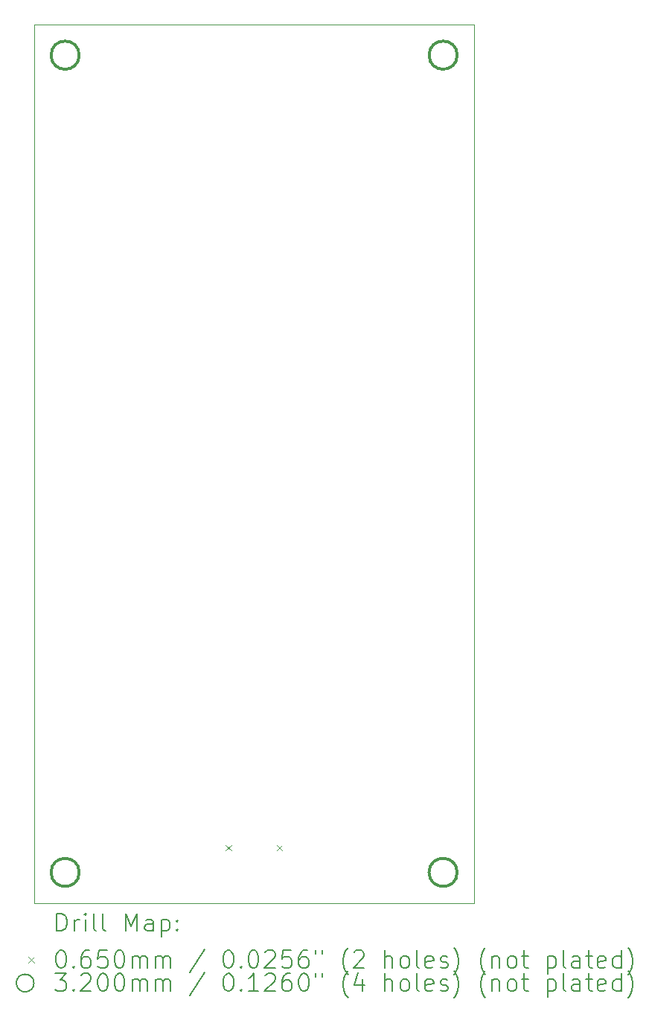
<source format=gbr>
%TF.GenerationSoftware,KiCad,Pcbnew,9.0.4*%
%TF.CreationDate,2025-09-21T11:05:40+02:00*%
%TF.ProjectId,Spoke,53706f6b-652e-46b6-9963-61645f706362,2.0*%
%TF.SameCoordinates,PX5f5e100PY5f5e100*%
%TF.FileFunction,Drillmap*%
%TF.FilePolarity,Positive*%
%FSLAX45Y45*%
G04 Gerber Fmt 4.5, Leading zero omitted, Abs format (unit mm)*
G04 Created by KiCad (PCBNEW 9.0.4) date 2025-09-21 11:05:40*
%MOMM*%
%LPD*%
G01*
G04 APERTURE LIST*
%ADD10C,0.100000*%
%ADD11C,0.200000*%
%ADD12C,0.320000*%
G04 APERTURE END LIST*
D10*
X-2500000Y5000000D02*
X2500000Y5000000D01*
X2500000Y-5000000D01*
X-2500000Y-5000000D01*
X-2500000Y5000000D01*
D11*
D10*
X-321500Y-4337000D02*
X-256500Y-4402000D01*
X-256500Y-4337000D02*
X-321500Y-4402000D01*
X256500Y-4337000D02*
X321500Y-4402000D01*
X321500Y-4337000D02*
X256500Y-4402000D01*
D12*
X-1990000Y4650000D02*
G75*
G02*
X-2310000Y4650000I-160000J0D01*
G01*
X-2310000Y4650000D02*
G75*
G02*
X-1990000Y4650000I160000J0D01*
G01*
X-1990000Y-4650000D02*
G75*
G02*
X-2310000Y-4650000I-160000J0D01*
G01*
X-2310000Y-4650000D02*
G75*
G02*
X-1990000Y-4650000I160000J0D01*
G01*
X2310000Y4650000D02*
G75*
G02*
X1990000Y4650000I-160000J0D01*
G01*
X1990000Y4650000D02*
G75*
G02*
X2310000Y4650000I160000J0D01*
G01*
X2310000Y-4650000D02*
G75*
G02*
X1990000Y-4650000I-160000J0D01*
G01*
X1990000Y-4650000D02*
G75*
G02*
X2310000Y-4650000I160000J0D01*
G01*
D11*
X-2244223Y-5316484D02*
X-2244223Y-5116484D01*
X-2244223Y-5116484D02*
X-2196604Y-5116484D01*
X-2196604Y-5116484D02*
X-2168033Y-5126008D01*
X-2168033Y-5126008D02*
X-2148985Y-5145055D01*
X-2148985Y-5145055D02*
X-2139461Y-5164103D01*
X-2139461Y-5164103D02*
X-2129938Y-5202198D01*
X-2129938Y-5202198D02*
X-2129938Y-5230770D01*
X-2129938Y-5230770D02*
X-2139461Y-5268865D01*
X-2139461Y-5268865D02*
X-2148985Y-5287912D01*
X-2148985Y-5287912D02*
X-2168033Y-5306960D01*
X-2168033Y-5306960D02*
X-2196604Y-5316484D01*
X-2196604Y-5316484D02*
X-2244223Y-5316484D01*
X-2044223Y-5316484D02*
X-2044223Y-5183150D01*
X-2044223Y-5221246D02*
X-2034699Y-5202198D01*
X-2034699Y-5202198D02*
X-2025176Y-5192674D01*
X-2025176Y-5192674D02*
X-2006128Y-5183150D01*
X-2006128Y-5183150D02*
X-1987080Y-5183150D01*
X-1920414Y-5316484D02*
X-1920414Y-5183150D01*
X-1920414Y-5116484D02*
X-1929937Y-5126008D01*
X-1929937Y-5126008D02*
X-1920414Y-5135531D01*
X-1920414Y-5135531D02*
X-1910890Y-5126008D01*
X-1910890Y-5126008D02*
X-1920414Y-5116484D01*
X-1920414Y-5116484D02*
X-1920414Y-5135531D01*
X-1796604Y-5316484D02*
X-1815652Y-5306960D01*
X-1815652Y-5306960D02*
X-1825176Y-5287912D01*
X-1825176Y-5287912D02*
X-1825176Y-5116484D01*
X-1691842Y-5316484D02*
X-1710890Y-5306960D01*
X-1710890Y-5306960D02*
X-1720414Y-5287912D01*
X-1720414Y-5287912D02*
X-1720414Y-5116484D01*
X-1463271Y-5316484D02*
X-1463271Y-5116484D01*
X-1463271Y-5116484D02*
X-1396604Y-5259341D01*
X-1396604Y-5259341D02*
X-1329938Y-5116484D01*
X-1329938Y-5116484D02*
X-1329938Y-5316484D01*
X-1148985Y-5316484D02*
X-1148985Y-5211722D01*
X-1148985Y-5211722D02*
X-1158509Y-5192674D01*
X-1158509Y-5192674D02*
X-1177557Y-5183150D01*
X-1177557Y-5183150D02*
X-1215652Y-5183150D01*
X-1215652Y-5183150D02*
X-1234699Y-5192674D01*
X-1148985Y-5306960D02*
X-1168033Y-5316484D01*
X-1168033Y-5316484D02*
X-1215652Y-5316484D01*
X-1215652Y-5316484D02*
X-1234699Y-5306960D01*
X-1234699Y-5306960D02*
X-1244223Y-5287912D01*
X-1244223Y-5287912D02*
X-1244223Y-5268865D01*
X-1244223Y-5268865D02*
X-1234699Y-5249817D01*
X-1234699Y-5249817D02*
X-1215652Y-5240293D01*
X-1215652Y-5240293D02*
X-1168033Y-5240293D01*
X-1168033Y-5240293D02*
X-1148985Y-5230770D01*
X-1053747Y-5183150D02*
X-1053747Y-5383150D01*
X-1053747Y-5192674D02*
X-1034699Y-5183150D01*
X-1034699Y-5183150D02*
X-996604Y-5183150D01*
X-996604Y-5183150D02*
X-977556Y-5192674D01*
X-977556Y-5192674D02*
X-968033Y-5202198D01*
X-968033Y-5202198D02*
X-958509Y-5221246D01*
X-958509Y-5221246D02*
X-958509Y-5278389D01*
X-958509Y-5278389D02*
X-968033Y-5297436D01*
X-968033Y-5297436D02*
X-977556Y-5306960D01*
X-977556Y-5306960D02*
X-996604Y-5316484D01*
X-996604Y-5316484D02*
X-1034699Y-5316484D01*
X-1034699Y-5316484D02*
X-1053747Y-5306960D01*
X-872795Y-5297436D02*
X-863271Y-5306960D01*
X-863271Y-5306960D02*
X-872795Y-5316484D01*
X-872795Y-5316484D02*
X-882318Y-5306960D01*
X-882318Y-5306960D02*
X-872795Y-5297436D01*
X-872795Y-5297436D02*
X-872795Y-5316484D01*
X-872795Y-5192674D02*
X-863271Y-5202198D01*
X-863271Y-5202198D02*
X-872795Y-5211722D01*
X-872795Y-5211722D02*
X-882318Y-5202198D01*
X-882318Y-5202198D02*
X-872795Y-5192674D01*
X-872795Y-5192674D02*
X-872795Y-5211722D01*
D10*
X-2570000Y-5612500D02*
X-2505000Y-5677500D01*
X-2505000Y-5612500D02*
X-2570000Y-5677500D01*
D11*
X-2206128Y-5536484D02*
X-2187080Y-5536484D01*
X-2187080Y-5536484D02*
X-2168033Y-5546008D01*
X-2168033Y-5546008D02*
X-2158509Y-5555531D01*
X-2158509Y-5555531D02*
X-2148985Y-5574579D01*
X-2148985Y-5574579D02*
X-2139461Y-5612674D01*
X-2139461Y-5612674D02*
X-2139461Y-5660293D01*
X-2139461Y-5660293D02*
X-2148985Y-5698388D01*
X-2148985Y-5698388D02*
X-2158509Y-5717436D01*
X-2158509Y-5717436D02*
X-2168033Y-5726960D01*
X-2168033Y-5726960D02*
X-2187080Y-5736484D01*
X-2187080Y-5736484D02*
X-2206128Y-5736484D01*
X-2206128Y-5736484D02*
X-2225176Y-5726960D01*
X-2225176Y-5726960D02*
X-2234699Y-5717436D01*
X-2234699Y-5717436D02*
X-2244223Y-5698388D01*
X-2244223Y-5698388D02*
X-2253747Y-5660293D01*
X-2253747Y-5660293D02*
X-2253747Y-5612674D01*
X-2253747Y-5612674D02*
X-2244223Y-5574579D01*
X-2244223Y-5574579D02*
X-2234699Y-5555531D01*
X-2234699Y-5555531D02*
X-2225176Y-5546008D01*
X-2225176Y-5546008D02*
X-2206128Y-5536484D01*
X-2053747Y-5717436D02*
X-2044223Y-5726960D01*
X-2044223Y-5726960D02*
X-2053747Y-5736484D01*
X-2053747Y-5736484D02*
X-2063271Y-5726960D01*
X-2063271Y-5726960D02*
X-2053747Y-5717436D01*
X-2053747Y-5717436D02*
X-2053747Y-5736484D01*
X-1872795Y-5536484D02*
X-1910890Y-5536484D01*
X-1910890Y-5536484D02*
X-1929937Y-5546008D01*
X-1929937Y-5546008D02*
X-1939461Y-5555531D01*
X-1939461Y-5555531D02*
X-1958509Y-5584103D01*
X-1958509Y-5584103D02*
X-1968033Y-5622198D01*
X-1968033Y-5622198D02*
X-1968033Y-5698388D01*
X-1968033Y-5698388D02*
X-1958509Y-5717436D01*
X-1958509Y-5717436D02*
X-1948985Y-5726960D01*
X-1948985Y-5726960D02*
X-1929937Y-5736484D01*
X-1929937Y-5736484D02*
X-1891842Y-5736484D01*
X-1891842Y-5736484D02*
X-1872795Y-5726960D01*
X-1872795Y-5726960D02*
X-1863271Y-5717436D01*
X-1863271Y-5717436D02*
X-1853747Y-5698388D01*
X-1853747Y-5698388D02*
X-1853747Y-5650769D01*
X-1853747Y-5650769D02*
X-1863271Y-5631722D01*
X-1863271Y-5631722D02*
X-1872795Y-5622198D01*
X-1872795Y-5622198D02*
X-1891842Y-5612674D01*
X-1891842Y-5612674D02*
X-1929937Y-5612674D01*
X-1929937Y-5612674D02*
X-1948985Y-5622198D01*
X-1948985Y-5622198D02*
X-1958509Y-5631722D01*
X-1958509Y-5631722D02*
X-1968033Y-5650769D01*
X-1672795Y-5536484D02*
X-1768033Y-5536484D01*
X-1768033Y-5536484D02*
X-1777556Y-5631722D01*
X-1777556Y-5631722D02*
X-1768033Y-5622198D01*
X-1768033Y-5622198D02*
X-1748985Y-5612674D01*
X-1748985Y-5612674D02*
X-1701366Y-5612674D01*
X-1701366Y-5612674D02*
X-1682318Y-5622198D01*
X-1682318Y-5622198D02*
X-1672795Y-5631722D01*
X-1672795Y-5631722D02*
X-1663271Y-5650769D01*
X-1663271Y-5650769D02*
X-1663271Y-5698388D01*
X-1663271Y-5698388D02*
X-1672795Y-5717436D01*
X-1672795Y-5717436D02*
X-1682318Y-5726960D01*
X-1682318Y-5726960D02*
X-1701366Y-5736484D01*
X-1701366Y-5736484D02*
X-1748985Y-5736484D01*
X-1748985Y-5736484D02*
X-1768033Y-5726960D01*
X-1768033Y-5726960D02*
X-1777556Y-5717436D01*
X-1539461Y-5536484D02*
X-1520414Y-5536484D01*
X-1520414Y-5536484D02*
X-1501366Y-5546008D01*
X-1501366Y-5546008D02*
X-1491842Y-5555531D01*
X-1491842Y-5555531D02*
X-1482318Y-5574579D01*
X-1482318Y-5574579D02*
X-1472795Y-5612674D01*
X-1472795Y-5612674D02*
X-1472795Y-5660293D01*
X-1472795Y-5660293D02*
X-1482318Y-5698388D01*
X-1482318Y-5698388D02*
X-1491842Y-5717436D01*
X-1491842Y-5717436D02*
X-1501366Y-5726960D01*
X-1501366Y-5726960D02*
X-1520414Y-5736484D01*
X-1520414Y-5736484D02*
X-1539461Y-5736484D01*
X-1539461Y-5736484D02*
X-1558509Y-5726960D01*
X-1558509Y-5726960D02*
X-1568033Y-5717436D01*
X-1568033Y-5717436D02*
X-1577556Y-5698388D01*
X-1577556Y-5698388D02*
X-1587080Y-5660293D01*
X-1587080Y-5660293D02*
X-1587080Y-5612674D01*
X-1587080Y-5612674D02*
X-1577556Y-5574579D01*
X-1577556Y-5574579D02*
X-1568033Y-5555531D01*
X-1568033Y-5555531D02*
X-1558509Y-5546008D01*
X-1558509Y-5546008D02*
X-1539461Y-5536484D01*
X-1387080Y-5736484D02*
X-1387080Y-5603150D01*
X-1387080Y-5622198D02*
X-1377557Y-5612674D01*
X-1377557Y-5612674D02*
X-1358509Y-5603150D01*
X-1358509Y-5603150D02*
X-1329937Y-5603150D01*
X-1329937Y-5603150D02*
X-1310890Y-5612674D01*
X-1310890Y-5612674D02*
X-1301366Y-5631722D01*
X-1301366Y-5631722D02*
X-1301366Y-5736484D01*
X-1301366Y-5631722D02*
X-1291842Y-5612674D01*
X-1291842Y-5612674D02*
X-1272795Y-5603150D01*
X-1272795Y-5603150D02*
X-1244223Y-5603150D01*
X-1244223Y-5603150D02*
X-1225176Y-5612674D01*
X-1225176Y-5612674D02*
X-1215652Y-5631722D01*
X-1215652Y-5631722D02*
X-1215652Y-5736484D01*
X-1120414Y-5736484D02*
X-1120414Y-5603150D01*
X-1120414Y-5622198D02*
X-1110890Y-5612674D01*
X-1110890Y-5612674D02*
X-1091842Y-5603150D01*
X-1091842Y-5603150D02*
X-1063271Y-5603150D01*
X-1063271Y-5603150D02*
X-1044223Y-5612674D01*
X-1044223Y-5612674D02*
X-1034699Y-5631722D01*
X-1034699Y-5631722D02*
X-1034699Y-5736484D01*
X-1034699Y-5631722D02*
X-1025175Y-5612674D01*
X-1025175Y-5612674D02*
X-1006128Y-5603150D01*
X-1006128Y-5603150D02*
X-977556Y-5603150D01*
X-977556Y-5603150D02*
X-958509Y-5612674D01*
X-958509Y-5612674D02*
X-948985Y-5631722D01*
X-948985Y-5631722D02*
X-948985Y-5736484D01*
X-558509Y-5526960D02*
X-729937Y-5784103D01*
X-301366Y-5536484D02*
X-282318Y-5536484D01*
X-282318Y-5536484D02*
X-263271Y-5546008D01*
X-263271Y-5546008D02*
X-253747Y-5555531D01*
X-253747Y-5555531D02*
X-244223Y-5574579D01*
X-244223Y-5574579D02*
X-234699Y-5612674D01*
X-234699Y-5612674D02*
X-234699Y-5660293D01*
X-234699Y-5660293D02*
X-244223Y-5698388D01*
X-244223Y-5698388D02*
X-253747Y-5717436D01*
X-253747Y-5717436D02*
X-263271Y-5726960D01*
X-263271Y-5726960D02*
X-282318Y-5736484D01*
X-282318Y-5736484D02*
X-301366Y-5736484D01*
X-301366Y-5736484D02*
X-320414Y-5726960D01*
X-320414Y-5726960D02*
X-329937Y-5717436D01*
X-329937Y-5717436D02*
X-339461Y-5698388D01*
X-339461Y-5698388D02*
X-348985Y-5660293D01*
X-348985Y-5660293D02*
X-348985Y-5612674D01*
X-348985Y-5612674D02*
X-339461Y-5574579D01*
X-339461Y-5574579D02*
X-329937Y-5555531D01*
X-329937Y-5555531D02*
X-320414Y-5546008D01*
X-320414Y-5546008D02*
X-301366Y-5536484D01*
X-148985Y-5717436D02*
X-139461Y-5726960D01*
X-139461Y-5726960D02*
X-148985Y-5736484D01*
X-148985Y-5736484D02*
X-158509Y-5726960D01*
X-158509Y-5726960D02*
X-148985Y-5717436D01*
X-148985Y-5717436D02*
X-148985Y-5736484D01*
X-15652Y-5536484D02*
X3396Y-5536484D01*
X3396Y-5536484D02*
X22444Y-5546008D01*
X22444Y-5546008D02*
X31967Y-5555531D01*
X31967Y-5555531D02*
X41491Y-5574579D01*
X41491Y-5574579D02*
X51015Y-5612674D01*
X51015Y-5612674D02*
X51015Y-5660293D01*
X51015Y-5660293D02*
X41491Y-5698388D01*
X41491Y-5698388D02*
X31967Y-5717436D01*
X31967Y-5717436D02*
X22444Y-5726960D01*
X22444Y-5726960D02*
X3396Y-5736484D01*
X3396Y-5736484D02*
X-15652Y-5736484D01*
X-15652Y-5736484D02*
X-34699Y-5726960D01*
X-34699Y-5726960D02*
X-44223Y-5717436D01*
X-44223Y-5717436D02*
X-53747Y-5698388D01*
X-53747Y-5698388D02*
X-63271Y-5660293D01*
X-63271Y-5660293D02*
X-63271Y-5612674D01*
X-63271Y-5612674D02*
X-53747Y-5574579D01*
X-53747Y-5574579D02*
X-44223Y-5555531D01*
X-44223Y-5555531D02*
X-34699Y-5546008D01*
X-34699Y-5546008D02*
X-15652Y-5536484D01*
X127206Y-5555531D02*
X136729Y-5546008D01*
X136729Y-5546008D02*
X155777Y-5536484D01*
X155777Y-5536484D02*
X203396Y-5536484D01*
X203396Y-5536484D02*
X222444Y-5546008D01*
X222444Y-5546008D02*
X231967Y-5555531D01*
X231967Y-5555531D02*
X241491Y-5574579D01*
X241491Y-5574579D02*
X241491Y-5593627D01*
X241491Y-5593627D02*
X231967Y-5622198D01*
X231967Y-5622198D02*
X117682Y-5736484D01*
X117682Y-5736484D02*
X241491Y-5736484D01*
X422444Y-5536484D02*
X327206Y-5536484D01*
X327206Y-5536484D02*
X317682Y-5631722D01*
X317682Y-5631722D02*
X327206Y-5622198D01*
X327206Y-5622198D02*
X346253Y-5612674D01*
X346253Y-5612674D02*
X393872Y-5612674D01*
X393872Y-5612674D02*
X412920Y-5622198D01*
X412920Y-5622198D02*
X422444Y-5631722D01*
X422444Y-5631722D02*
X431967Y-5650769D01*
X431967Y-5650769D02*
X431967Y-5698388D01*
X431967Y-5698388D02*
X422444Y-5717436D01*
X422444Y-5717436D02*
X412920Y-5726960D01*
X412920Y-5726960D02*
X393872Y-5736484D01*
X393872Y-5736484D02*
X346253Y-5736484D01*
X346253Y-5736484D02*
X327206Y-5726960D01*
X327206Y-5726960D02*
X317682Y-5717436D01*
X603396Y-5536484D02*
X565301Y-5536484D01*
X565301Y-5536484D02*
X546253Y-5546008D01*
X546253Y-5546008D02*
X536729Y-5555531D01*
X536729Y-5555531D02*
X517682Y-5584103D01*
X517682Y-5584103D02*
X508158Y-5622198D01*
X508158Y-5622198D02*
X508158Y-5698388D01*
X508158Y-5698388D02*
X517682Y-5717436D01*
X517682Y-5717436D02*
X527206Y-5726960D01*
X527206Y-5726960D02*
X546253Y-5736484D01*
X546253Y-5736484D02*
X584349Y-5736484D01*
X584349Y-5736484D02*
X603396Y-5726960D01*
X603396Y-5726960D02*
X612920Y-5717436D01*
X612920Y-5717436D02*
X622444Y-5698388D01*
X622444Y-5698388D02*
X622444Y-5650769D01*
X622444Y-5650769D02*
X612920Y-5631722D01*
X612920Y-5631722D02*
X603396Y-5622198D01*
X603396Y-5622198D02*
X584349Y-5612674D01*
X584349Y-5612674D02*
X546253Y-5612674D01*
X546253Y-5612674D02*
X527206Y-5622198D01*
X527206Y-5622198D02*
X517682Y-5631722D01*
X517682Y-5631722D02*
X508158Y-5650769D01*
X698634Y-5536484D02*
X698634Y-5574579D01*
X774825Y-5536484D02*
X774825Y-5574579D01*
X1070063Y-5812674D02*
X1060539Y-5803150D01*
X1060539Y-5803150D02*
X1041491Y-5774579D01*
X1041491Y-5774579D02*
X1031968Y-5755531D01*
X1031968Y-5755531D02*
X1022444Y-5726960D01*
X1022444Y-5726960D02*
X1012920Y-5679341D01*
X1012920Y-5679341D02*
X1012920Y-5641246D01*
X1012920Y-5641246D02*
X1022444Y-5593627D01*
X1022444Y-5593627D02*
X1031968Y-5565055D01*
X1031968Y-5565055D02*
X1041491Y-5546008D01*
X1041491Y-5546008D02*
X1060539Y-5517436D01*
X1060539Y-5517436D02*
X1070063Y-5507912D01*
X1136730Y-5555531D02*
X1146253Y-5546008D01*
X1146253Y-5546008D02*
X1165301Y-5536484D01*
X1165301Y-5536484D02*
X1212920Y-5536484D01*
X1212920Y-5536484D02*
X1231968Y-5546008D01*
X1231968Y-5546008D02*
X1241491Y-5555531D01*
X1241491Y-5555531D02*
X1251015Y-5574579D01*
X1251015Y-5574579D02*
X1251015Y-5593627D01*
X1251015Y-5593627D02*
X1241491Y-5622198D01*
X1241491Y-5622198D02*
X1127206Y-5736484D01*
X1127206Y-5736484D02*
X1251015Y-5736484D01*
X1489110Y-5736484D02*
X1489110Y-5536484D01*
X1574825Y-5736484D02*
X1574825Y-5631722D01*
X1574825Y-5631722D02*
X1565301Y-5612674D01*
X1565301Y-5612674D02*
X1546253Y-5603150D01*
X1546253Y-5603150D02*
X1517682Y-5603150D01*
X1517682Y-5603150D02*
X1498634Y-5612674D01*
X1498634Y-5612674D02*
X1489110Y-5622198D01*
X1698634Y-5736484D02*
X1679587Y-5726960D01*
X1679587Y-5726960D02*
X1670063Y-5717436D01*
X1670063Y-5717436D02*
X1660539Y-5698388D01*
X1660539Y-5698388D02*
X1660539Y-5641246D01*
X1660539Y-5641246D02*
X1670063Y-5622198D01*
X1670063Y-5622198D02*
X1679587Y-5612674D01*
X1679587Y-5612674D02*
X1698634Y-5603150D01*
X1698634Y-5603150D02*
X1727206Y-5603150D01*
X1727206Y-5603150D02*
X1746253Y-5612674D01*
X1746253Y-5612674D02*
X1755777Y-5622198D01*
X1755777Y-5622198D02*
X1765301Y-5641246D01*
X1765301Y-5641246D02*
X1765301Y-5698388D01*
X1765301Y-5698388D02*
X1755777Y-5717436D01*
X1755777Y-5717436D02*
X1746253Y-5726960D01*
X1746253Y-5726960D02*
X1727206Y-5736484D01*
X1727206Y-5736484D02*
X1698634Y-5736484D01*
X1879587Y-5736484D02*
X1860539Y-5726960D01*
X1860539Y-5726960D02*
X1851015Y-5707912D01*
X1851015Y-5707912D02*
X1851015Y-5536484D01*
X2031968Y-5726960D02*
X2012920Y-5736484D01*
X2012920Y-5736484D02*
X1974825Y-5736484D01*
X1974825Y-5736484D02*
X1955777Y-5726960D01*
X1955777Y-5726960D02*
X1946253Y-5707912D01*
X1946253Y-5707912D02*
X1946253Y-5631722D01*
X1946253Y-5631722D02*
X1955777Y-5612674D01*
X1955777Y-5612674D02*
X1974825Y-5603150D01*
X1974825Y-5603150D02*
X2012920Y-5603150D01*
X2012920Y-5603150D02*
X2031968Y-5612674D01*
X2031968Y-5612674D02*
X2041491Y-5631722D01*
X2041491Y-5631722D02*
X2041491Y-5650769D01*
X2041491Y-5650769D02*
X1946253Y-5669817D01*
X2117682Y-5726960D02*
X2136730Y-5736484D01*
X2136730Y-5736484D02*
X2174825Y-5736484D01*
X2174825Y-5736484D02*
X2193873Y-5726960D01*
X2193873Y-5726960D02*
X2203396Y-5707912D01*
X2203396Y-5707912D02*
X2203396Y-5698388D01*
X2203396Y-5698388D02*
X2193873Y-5679341D01*
X2193873Y-5679341D02*
X2174825Y-5669817D01*
X2174825Y-5669817D02*
X2146253Y-5669817D01*
X2146253Y-5669817D02*
X2127206Y-5660293D01*
X2127206Y-5660293D02*
X2117682Y-5641246D01*
X2117682Y-5641246D02*
X2117682Y-5631722D01*
X2117682Y-5631722D02*
X2127206Y-5612674D01*
X2127206Y-5612674D02*
X2146253Y-5603150D01*
X2146253Y-5603150D02*
X2174825Y-5603150D01*
X2174825Y-5603150D02*
X2193873Y-5612674D01*
X2270063Y-5812674D02*
X2279587Y-5803150D01*
X2279587Y-5803150D02*
X2298634Y-5774579D01*
X2298634Y-5774579D02*
X2308158Y-5755531D01*
X2308158Y-5755531D02*
X2317682Y-5726960D01*
X2317682Y-5726960D02*
X2327206Y-5679341D01*
X2327206Y-5679341D02*
X2327206Y-5641246D01*
X2327206Y-5641246D02*
X2317682Y-5593627D01*
X2317682Y-5593627D02*
X2308158Y-5565055D01*
X2308158Y-5565055D02*
X2298634Y-5546008D01*
X2298634Y-5546008D02*
X2279587Y-5517436D01*
X2279587Y-5517436D02*
X2270063Y-5507912D01*
X2631968Y-5812674D02*
X2622444Y-5803150D01*
X2622444Y-5803150D02*
X2603396Y-5774579D01*
X2603396Y-5774579D02*
X2593873Y-5755531D01*
X2593873Y-5755531D02*
X2584349Y-5726960D01*
X2584349Y-5726960D02*
X2574825Y-5679341D01*
X2574825Y-5679341D02*
X2574825Y-5641246D01*
X2574825Y-5641246D02*
X2584349Y-5593627D01*
X2584349Y-5593627D02*
X2593873Y-5565055D01*
X2593873Y-5565055D02*
X2603396Y-5546008D01*
X2603396Y-5546008D02*
X2622444Y-5517436D01*
X2622444Y-5517436D02*
X2631968Y-5507912D01*
X2708158Y-5603150D02*
X2708158Y-5736484D01*
X2708158Y-5622198D02*
X2717682Y-5612674D01*
X2717682Y-5612674D02*
X2736730Y-5603150D01*
X2736730Y-5603150D02*
X2765301Y-5603150D01*
X2765301Y-5603150D02*
X2784349Y-5612674D01*
X2784349Y-5612674D02*
X2793873Y-5631722D01*
X2793873Y-5631722D02*
X2793873Y-5736484D01*
X2917682Y-5736484D02*
X2898634Y-5726960D01*
X2898634Y-5726960D02*
X2889111Y-5717436D01*
X2889111Y-5717436D02*
X2879587Y-5698388D01*
X2879587Y-5698388D02*
X2879587Y-5641246D01*
X2879587Y-5641246D02*
X2889111Y-5622198D01*
X2889111Y-5622198D02*
X2898634Y-5612674D01*
X2898634Y-5612674D02*
X2917682Y-5603150D01*
X2917682Y-5603150D02*
X2946253Y-5603150D01*
X2946253Y-5603150D02*
X2965301Y-5612674D01*
X2965301Y-5612674D02*
X2974825Y-5622198D01*
X2974825Y-5622198D02*
X2984349Y-5641246D01*
X2984349Y-5641246D02*
X2984349Y-5698388D01*
X2984349Y-5698388D02*
X2974825Y-5717436D01*
X2974825Y-5717436D02*
X2965301Y-5726960D01*
X2965301Y-5726960D02*
X2946253Y-5736484D01*
X2946253Y-5736484D02*
X2917682Y-5736484D01*
X3041492Y-5603150D02*
X3117682Y-5603150D01*
X3070063Y-5536484D02*
X3070063Y-5707912D01*
X3070063Y-5707912D02*
X3079587Y-5726960D01*
X3079587Y-5726960D02*
X3098634Y-5736484D01*
X3098634Y-5736484D02*
X3117682Y-5736484D01*
X3336730Y-5603150D02*
X3336730Y-5803150D01*
X3336730Y-5612674D02*
X3355777Y-5603150D01*
X3355777Y-5603150D02*
X3393873Y-5603150D01*
X3393873Y-5603150D02*
X3412920Y-5612674D01*
X3412920Y-5612674D02*
X3422444Y-5622198D01*
X3422444Y-5622198D02*
X3431968Y-5641246D01*
X3431968Y-5641246D02*
X3431968Y-5698388D01*
X3431968Y-5698388D02*
X3422444Y-5717436D01*
X3422444Y-5717436D02*
X3412920Y-5726960D01*
X3412920Y-5726960D02*
X3393873Y-5736484D01*
X3393873Y-5736484D02*
X3355777Y-5736484D01*
X3355777Y-5736484D02*
X3336730Y-5726960D01*
X3546253Y-5736484D02*
X3527206Y-5726960D01*
X3527206Y-5726960D02*
X3517682Y-5707912D01*
X3517682Y-5707912D02*
X3517682Y-5536484D01*
X3708158Y-5736484D02*
X3708158Y-5631722D01*
X3708158Y-5631722D02*
X3698634Y-5612674D01*
X3698634Y-5612674D02*
X3679587Y-5603150D01*
X3679587Y-5603150D02*
X3641492Y-5603150D01*
X3641492Y-5603150D02*
X3622444Y-5612674D01*
X3708158Y-5726960D02*
X3689111Y-5736484D01*
X3689111Y-5736484D02*
X3641492Y-5736484D01*
X3641492Y-5736484D02*
X3622444Y-5726960D01*
X3622444Y-5726960D02*
X3612920Y-5707912D01*
X3612920Y-5707912D02*
X3612920Y-5688865D01*
X3612920Y-5688865D02*
X3622444Y-5669817D01*
X3622444Y-5669817D02*
X3641492Y-5660293D01*
X3641492Y-5660293D02*
X3689111Y-5660293D01*
X3689111Y-5660293D02*
X3708158Y-5650769D01*
X3774825Y-5603150D02*
X3851015Y-5603150D01*
X3803396Y-5536484D02*
X3803396Y-5707912D01*
X3803396Y-5707912D02*
X3812920Y-5726960D01*
X3812920Y-5726960D02*
X3831968Y-5736484D01*
X3831968Y-5736484D02*
X3851015Y-5736484D01*
X3993873Y-5726960D02*
X3974825Y-5736484D01*
X3974825Y-5736484D02*
X3936730Y-5736484D01*
X3936730Y-5736484D02*
X3917682Y-5726960D01*
X3917682Y-5726960D02*
X3908158Y-5707912D01*
X3908158Y-5707912D02*
X3908158Y-5631722D01*
X3908158Y-5631722D02*
X3917682Y-5612674D01*
X3917682Y-5612674D02*
X3936730Y-5603150D01*
X3936730Y-5603150D02*
X3974825Y-5603150D01*
X3974825Y-5603150D02*
X3993873Y-5612674D01*
X3993873Y-5612674D02*
X4003396Y-5631722D01*
X4003396Y-5631722D02*
X4003396Y-5650769D01*
X4003396Y-5650769D02*
X3908158Y-5669817D01*
X4174825Y-5736484D02*
X4174825Y-5536484D01*
X4174825Y-5726960D02*
X4155777Y-5736484D01*
X4155777Y-5736484D02*
X4117682Y-5736484D01*
X4117682Y-5736484D02*
X4098634Y-5726960D01*
X4098634Y-5726960D02*
X4089111Y-5717436D01*
X4089111Y-5717436D02*
X4079587Y-5698388D01*
X4079587Y-5698388D02*
X4079587Y-5641246D01*
X4079587Y-5641246D02*
X4089111Y-5622198D01*
X4089111Y-5622198D02*
X4098634Y-5612674D01*
X4098634Y-5612674D02*
X4117682Y-5603150D01*
X4117682Y-5603150D02*
X4155777Y-5603150D01*
X4155777Y-5603150D02*
X4174825Y-5612674D01*
X4251016Y-5812674D02*
X4260539Y-5803150D01*
X4260539Y-5803150D02*
X4279587Y-5774579D01*
X4279587Y-5774579D02*
X4289111Y-5755531D01*
X4289111Y-5755531D02*
X4298635Y-5726960D01*
X4298635Y-5726960D02*
X4308158Y-5679341D01*
X4308158Y-5679341D02*
X4308158Y-5641246D01*
X4308158Y-5641246D02*
X4298635Y-5593627D01*
X4298635Y-5593627D02*
X4289111Y-5565055D01*
X4289111Y-5565055D02*
X4279587Y-5546008D01*
X4279587Y-5546008D02*
X4260539Y-5517436D01*
X4260539Y-5517436D02*
X4251016Y-5507912D01*
X-2505000Y-5909000D02*
G75*
G02*
X-2705000Y-5909000I-100000J0D01*
G01*
X-2705000Y-5909000D02*
G75*
G02*
X-2505000Y-5909000I100000J0D01*
G01*
X-2263271Y-5800484D02*
X-2139461Y-5800484D01*
X-2139461Y-5800484D02*
X-2206128Y-5876674D01*
X-2206128Y-5876674D02*
X-2177557Y-5876674D01*
X-2177557Y-5876674D02*
X-2158509Y-5886198D01*
X-2158509Y-5886198D02*
X-2148985Y-5895722D01*
X-2148985Y-5895722D02*
X-2139461Y-5914769D01*
X-2139461Y-5914769D02*
X-2139461Y-5962388D01*
X-2139461Y-5962388D02*
X-2148985Y-5981436D01*
X-2148985Y-5981436D02*
X-2158509Y-5990960D01*
X-2158509Y-5990960D02*
X-2177557Y-6000484D01*
X-2177557Y-6000484D02*
X-2234699Y-6000484D01*
X-2234699Y-6000484D02*
X-2253747Y-5990960D01*
X-2253747Y-5990960D02*
X-2263271Y-5981436D01*
X-2053747Y-5981436D02*
X-2044223Y-5990960D01*
X-2044223Y-5990960D02*
X-2053747Y-6000484D01*
X-2053747Y-6000484D02*
X-2063271Y-5990960D01*
X-2063271Y-5990960D02*
X-2053747Y-5981436D01*
X-2053747Y-5981436D02*
X-2053747Y-6000484D01*
X-1968033Y-5819531D02*
X-1958509Y-5810008D01*
X-1958509Y-5810008D02*
X-1939461Y-5800484D01*
X-1939461Y-5800484D02*
X-1891842Y-5800484D01*
X-1891842Y-5800484D02*
X-1872795Y-5810008D01*
X-1872795Y-5810008D02*
X-1863271Y-5819531D01*
X-1863271Y-5819531D02*
X-1853747Y-5838579D01*
X-1853747Y-5838579D02*
X-1853747Y-5857627D01*
X-1853747Y-5857627D02*
X-1863271Y-5886198D01*
X-1863271Y-5886198D02*
X-1977556Y-6000484D01*
X-1977556Y-6000484D02*
X-1853747Y-6000484D01*
X-1729937Y-5800484D02*
X-1710890Y-5800484D01*
X-1710890Y-5800484D02*
X-1691842Y-5810008D01*
X-1691842Y-5810008D02*
X-1682318Y-5819531D01*
X-1682318Y-5819531D02*
X-1672795Y-5838579D01*
X-1672795Y-5838579D02*
X-1663271Y-5876674D01*
X-1663271Y-5876674D02*
X-1663271Y-5924293D01*
X-1663271Y-5924293D02*
X-1672795Y-5962388D01*
X-1672795Y-5962388D02*
X-1682318Y-5981436D01*
X-1682318Y-5981436D02*
X-1691842Y-5990960D01*
X-1691842Y-5990960D02*
X-1710890Y-6000484D01*
X-1710890Y-6000484D02*
X-1729937Y-6000484D01*
X-1729937Y-6000484D02*
X-1748985Y-5990960D01*
X-1748985Y-5990960D02*
X-1758509Y-5981436D01*
X-1758509Y-5981436D02*
X-1768033Y-5962388D01*
X-1768033Y-5962388D02*
X-1777556Y-5924293D01*
X-1777556Y-5924293D02*
X-1777556Y-5876674D01*
X-1777556Y-5876674D02*
X-1768033Y-5838579D01*
X-1768033Y-5838579D02*
X-1758509Y-5819531D01*
X-1758509Y-5819531D02*
X-1748985Y-5810008D01*
X-1748985Y-5810008D02*
X-1729937Y-5800484D01*
X-1539461Y-5800484D02*
X-1520414Y-5800484D01*
X-1520414Y-5800484D02*
X-1501366Y-5810008D01*
X-1501366Y-5810008D02*
X-1491842Y-5819531D01*
X-1491842Y-5819531D02*
X-1482318Y-5838579D01*
X-1482318Y-5838579D02*
X-1472795Y-5876674D01*
X-1472795Y-5876674D02*
X-1472795Y-5924293D01*
X-1472795Y-5924293D02*
X-1482318Y-5962388D01*
X-1482318Y-5962388D02*
X-1491842Y-5981436D01*
X-1491842Y-5981436D02*
X-1501366Y-5990960D01*
X-1501366Y-5990960D02*
X-1520414Y-6000484D01*
X-1520414Y-6000484D02*
X-1539461Y-6000484D01*
X-1539461Y-6000484D02*
X-1558509Y-5990960D01*
X-1558509Y-5990960D02*
X-1568033Y-5981436D01*
X-1568033Y-5981436D02*
X-1577556Y-5962388D01*
X-1577556Y-5962388D02*
X-1587080Y-5924293D01*
X-1587080Y-5924293D02*
X-1587080Y-5876674D01*
X-1587080Y-5876674D02*
X-1577556Y-5838579D01*
X-1577556Y-5838579D02*
X-1568033Y-5819531D01*
X-1568033Y-5819531D02*
X-1558509Y-5810008D01*
X-1558509Y-5810008D02*
X-1539461Y-5800484D01*
X-1387080Y-6000484D02*
X-1387080Y-5867150D01*
X-1387080Y-5886198D02*
X-1377557Y-5876674D01*
X-1377557Y-5876674D02*
X-1358509Y-5867150D01*
X-1358509Y-5867150D02*
X-1329937Y-5867150D01*
X-1329937Y-5867150D02*
X-1310890Y-5876674D01*
X-1310890Y-5876674D02*
X-1301366Y-5895722D01*
X-1301366Y-5895722D02*
X-1301366Y-6000484D01*
X-1301366Y-5895722D02*
X-1291842Y-5876674D01*
X-1291842Y-5876674D02*
X-1272795Y-5867150D01*
X-1272795Y-5867150D02*
X-1244223Y-5867150D01*
X-1244223Y-5867150D02*
X-1225176Y-5876674D01*
X-1225176Y-5876674D02*
X-1215652Y-5895722D01*
X-1215652Y-5895722D02*
X-1215652Y-6000484D01*
X-1120414Y-6000484D02*
X-1120414Y-5867150D01*
X-1120414Y-5886198D02*
X-1110890Y-5876674D01*
X-1110890Y-5876674D02*
X-1091842Y-5867150D01*
X-1091842Y-5867150D02*
X-1063271Y-5867150D01*
X-1063271Y-5867150D02*
X-1044223Y-5876674D01*
X-1044223Y-5876674D02*
X-1034699Y-5895722D01*
X-1034699Y-5895722D02*
X-1034699Y-6000484D01*
X-1034699Y-5895722D02*
X-1025175Y-5876674D01*
X-1025175Y-5876674D02*
X-1006128Y-5867150D01*
X-1006128Y-5867150D02*
X-977556Y-5867150D01*
X-977556Y-5867150D02*
X-958509Y-5876674D01*
X-958509Y-5876674D02*
X-948985Y-5895722D01*
X-948985Y-5895722D02*
X-948985Y-6000484D01*
X-558509Y-5790960D02*
X-729937Y-6048103D01*
X-301366Y-5800484D02*
X-282318Y-5800484D01*
X-282318Y-5800484D02*
X-263271Y-5810008D01*
X-263271Y-5810008D02*
X-253747Y-5819531D01*
X-253747Y-5819531D02*
X-244223Y-5838579D01*
X-244223Y-5838579D02*
X-234699Y-5876674D01*
X-234699Y-5876674D02*
X-234699Y-5924293D01*
X-234699Y-5924293D02*
X-244223Y-5962388D01*
X-244223Y-5962388D02*
X-253747Y-5981436D01*
X-253747Y-5981436D02*
X-263271Y-5990960D01*
X-263271Y-5990960D02*
X-282318Y-6000484D01*
X-282318Y-6000484D02*
X-301366Y-6000484D01*
X-301366Y-6000484D02*
X-320414Y-5990960D01*
X-320414Y-5990960D02*
X-329937Y-5981436D01*
X-329937Y-5981436D02*
X-339461Y-5962388D01*
X-339461Y-5962388D02*
X-348985Y-5924293D01*
X-348985Y-5924293D02*
X-348985Y-5876674D01*
X-348985Y-5876674D02*
X-339461Y-5838579D01*
X-339461Y-5838579D02*
X-329937Y-5819531D01*
X-329937Y-5819531D02*
X-320414Y-5810008D01*
X-320414Y-5810008D02*
X-301366Y-5800484D01*
X-148985Y-5981436D02*
X-139461Y-5990960D01*
X-139461Y-5990960D02*
X-148985Y-6000484D01*
X-148985Y-6000484D02*
X-158509Y-5990960D01*
X-158509Y-5990960D02*
X-148985Y-5981436D01*
X-148985Y-5981436D02*
X-148985Y-6000484D01*
X51015Y-6000484D02*
X-63271Y-6000484D01*
X-6128Y-6000484D02*
X-6128Y-5800484D01*
X-6128Y-5800484D02*
X-25175Y-5829055D01*
X-25175Y-5829055D02*
X-44223Y-5848103D01*
X-44223Y-5848103D02*
X-63271Y-5857627D01*
X127206Y-5819531D02*
X136729Y-5810008D01*
X136729Y-5810008D02*
X155777Y-5800484D01*
X155777Y-5800484D02*
X203396Y-5800484D01*
X203396Y-5800484D02*
X222444Y-5810008D01*
X222444Y-5810008D02*
X231967Y-5819531D01*
X231967Y-5819531D02*
X241491Y-5838579D01*
X241491Y-5838579D02*
X241491Y-5857627D01*
X241491Y-5857627D02*
X231967Y-5886198D01*
X231967Y-5886198D02*
X117682Y-6000484D01*
X117682Y-6000484D02*
X241491Y-6000484D01*
X412920Y-5800484D02*
X374825Y-5800484D01*
X374825Y-5800484D02*
X355777Y-5810008D01*
X355777Y-5810008D02*
X346253Y-5819531D01*
X346253Y-5819531D02*
X327206Y-5848103D01*
X327206Y-5848103D02*
X317682Y-5886198D01*
X317682Y-5886198D02*
X317682Y-5962388D01*
X317682Y-5962388D02*
X327206Y-5981436D01*
X327206Y-5981436D02*
X336729Y-5990960D01*
X336729Y-5990960D02*
X355777Y-6000484D01*
X355777Y-6000484D02*
X393872Y-6000484D01*
X393872Y-6000484D02*
X412920Y-5990960D01*
X412920Y-5990960D02*
X422444Y-5981436D01*
X422444Y-5981436D02*
X431967Y-5962388D01*
X431967Y-5962388D02*
X431967Y-5914769D01*
X431967Y-5914769D02*
X422444Y-5895722D01*
X422444Y-5895722D02*
X412920Y-5886198D01*
X412920Y-5886198D02*
X393872Y-5876674D01*
X393872Y-5876674D02*
X355777Y-5876674D01*
X355777Y-5876674D02*
X336729Y-5886198D01*
X336729Y-5886198D02*
X327206Y-5895722D01*
X327206Y-5895722D02*
X317682Y-5914769D01*
X555777Y-5800484D02*
X574825Y-5800484D01*
X574825Y-5800484D02*
X593872Y-5810008D01*
X593872Y-5810008D02*
X603396Y-5819531D01*
X603396Y-5819531D02*
X612920Y-5838579D01*
X612920Y-5838579D02*
X622444Y-5876674D01*
X622444Y-5876674D02*
X622444Y-5924293D01*
X622444Y-5924293D02*
X612920Y-5962388D01*
X612920Y-5962388D02*
X603396Y-5981436D01*
X603396Y-5981436D02*
X593872Y-5990960D01*
X593872Y-5990960D02*
X574825Y-6000484D01*
X574825Y-6000484D02*
X555777Y-6000484D01*
X555777Y-6000484D02*
X536729Y-5990960D01*
X536729Y-5990960D02*
X527206Y-5981436D01*
X527206Y-5981436D02*
X517682Y-5962388D01*
X517682Y-5962388D02*
X508158Y-5924293D01*
X508158Y-5924293D02*
X508158Y-5876674D01*
X508158Y-5876674D02*
X517682Y-5838579D01*
X517682Y-5838579D02*
X527206Y-5819531D01*
X527206Y-5819531D02*
X536729Y-5810008D01*
X536729Y-5810008D02*
X555777Y-5800484D01*
X698634Y-5800484D02*
X698634Y-5838579D01*
X774825Y-5800484D02*
X774825Y-5838579D01*
X1070063Y-6076674D02*
X1060539Y-6067150D01*
X1060539Y-6067150D02*
X1041491Y-6038579D01*
X1041491Y-6038579D02*
X1031968Y-6019531D01*
X1031968Y-6019531D02*
X1022444Y-5990960D01*
X1022444Y-5990960D02*
X1012920Y-5943341D01*
X1012920Y-5943341D02*
X1012920Y-5905246D01*
X1012920Y-5905246D02*
X1022444Y-5857627D01*
X1022444Y-5857627D02*
X1031968Y-5829055D01*
X1031968Y-5829055D02*
X1041491Y-5810008D01*
X1041491Y-5810008D02*
X1060539Y-5781436D01*
X1060539Y-5781436D02*
X1070063Y-5771912D01*
X1231968Y-5867150D02*
X1231968Y-6000484D01*
X1184349Y-5790960D02*
X1136730Y-5933817D01*
X1136730Y-5933817D02*
X1260539Y-5933817D01*
X1489110Y-6000484D02*
X1489110Y-5800484D01*
X1574825Y-6000484D02*
X1574825Y-5895722D01*
X1574825Y-5895722D02*
X1565301Y-5876674D01*
X1565301Y-5876674D02*
X1546253Y-5867150D01*
X1546253Y-5867150D02*
X1517682Y-5867150D01*
X1517682Y-5867150D02*
X1498634Y-5876674D01*
X1498634Y-5876674D02*
X1489110Y-5886198D01*
X1698634Y-6000484D02*
X1679587Y-5990960D01*
X1679587Y-5990960D02*
X1670063Y-5981436D01*
X1670063Y-5981436D02*
X1660539Y-5962388D01*
X1660539Y-5962388D02*
X1660539Y-5905246D01*
X1660539Y-5905246D02*
X1670063Y-5886198D01*
X1670063Y-5886198D02*
X1679587Y-5876674D01*
X1679587Y-5876674D02*
X1698634Y-5867150D01*
X1698634Y-5867150D02*
X1727206Y-5867150D01*
X1727206Y-5867150D02*
X1746253Y-5876674D01*
X1746253Y-5876674D02*
X1755777Y-5886198D01*
X1755777Y-5886198D02*
X1765301Y-5905246D01*
X1765301Y-5905246D02*
X1765301Y-5962388D01*
X1765301Y-5962388D02*
X1755777Y-5981436D01*
X1755777Y-5981436D02*
X1746253Y-5990960D01*
X1746253Y-5990960D02*
X1727206Y-6000484D01*
X1727206Y-6000484D02*
X1698634Y-6000484D01*
X1879587Y-6000484D02*
X1860539Y-5990960D01*
X1860539Y-5990960D02*
X1851015Y-5971912D01*
X1851015Y-5971912D02*
X1851015Y-5800484D01*
X2031968Y-5990960D02*
X2012920Y-6000484D01*
X2012920Y-6000484D02*
X1974825Y-6000484D01*
X1974825Y-6000484D02*
X1955777Y-5990960D01*
X1955777Y-5990960D02*
X1946253Y-5971912D01*
X1946253Y-5971912D02*
X1946253Y-5895722D01*
X1946253Y-5895722D02*
X1955777Y-5876674D01*
X1955777Y-5876674D02*
X1974825Y-5867150D01*
X1974825Y-5867150D02*
X2012920Y-5867150D01*
X2012920Y-5867150D02*
X2031968Y-5876674D01*
X2031968Y-5876674D02*
X2041491Y-5895722D01*
X2041491Y-5895722D02*
X2041491Y-5914769D01*
X2041491Y-5914769D02*
X1946253Y-5933817D01*
X2117682Y-5990960D02*
X2136730Y-6000484D01*
X2136730Y-6000484D02*
X2174825Y-6000484D01*
X2174825Y-6000484D02*
X2193873Y-5990960D01*
X2193873Y-5990960D02*
X2203396Y-5971912D01*
X2203396Y-5971912D02*
X2203396Y-5962388D01*
X2203396Y-5962388D02*
X2193873Y-5943341D01*
X2193873Y-5943341D02*
X2174825Y-5933817D01*
X2174825Y-5933817D02*
X2146253Y-5933817D01*
X2146253Y-5933817D02*
X2127206Y-5924293D01*
X2127206Y-5924293D02*
X2117682Y-5905246D01*
X2117682Y-5905246D02*
X2117682Y-5895722D01*
X2117682Y-5895722D02*
X2127206Y-5876674D01*
X2127206Y-5876674D02*
X2146253Y-5867150D01*
X2146253Y-5867150D02*
X2174825Y-5867150D01*
X2174825Y-5867150D02*
X2193873Y-5876674D01*
X2270063Y-6076674D02*
X2279587Y-6067150D01*
X2279587Y-6067150D02*
X2298634Y-6038579D01*
X2298634Y-6038579D02*
X2308158Y-6019531D01*
X2308158Y-6019531D02*
X2317682Y-5990960D01*
X2317682Y-5990960D02*
X2327206Y-5943341D01*
X2327206Y-5943341D02*
X2327206Y-5905246D01*
X2327206Y-5905246D02*
X2317682Y-5857627D01*
X2317682Y-5857627D02*
X2308158Y-5829055D01*
X2308158Y-5829055D02*
X2298634Y-5810008D01*
X2298634Y-5810008D02*
X2279587Y-5781436D01*
X2279587Y-5781436D02*
X2270063Y-5771912D01*
X2631968Y-6076674D02*
X2622444Y-6067150D01*
X2622444Y-6067150D02*
X2603396Y-6038579D01*
X2603396Y-6038579D02*
X2593873Y-6019531D01*
X2593873Y-6019531D02*
X2584349Y-5990960D01*
X2584349Y-5990960D02*
X2574825Y-5943341D01*
X2574825Y-5943341D02*
X2574825Y-5905246D01*
X2574825Y-5905246D02*
X2584349Y-5857627D01*
X2584349Y-5857627D02*
X2593873Y-5829055D01*
X2593873Y-5829055D02*
X2603396Y-5810008D01*
X2603396Y-5810008D02*
X2622444Y-5781436D01*
X2622444Y-5781436D02*
X2631968Y-5771912D01*
X2708158Y-5867150D02*
X2708158Y-6000484D01*
X2708158Y-5886198D02*
X2717682Y-5876674D01*
X2717682Y-5876674D02*
X2736730Y-5867150D01*
X2736730Y-5867150D02*
X2765301Y-5867150D01*
X2765301Y-5867150D02*
X2784349Y-5876674D01*
X2784349Y-5876674D02*
X2793873Y-5895722D01*
X2793873Y-5895722D02*
X2793873Y-6000484D01*
X2917682Y-6000484D02*
X2898634Y-5990960D01*
X2898634Y-5990960D02*
X2889111Y-5981436D01*
X2889111Y-5981436D02*
X2879587Y-5962388D01*
X2879587Y-5962388D02*
X2879587Y-5905246D01*
X2879587Y-5905246D02*
X2889111Y-5886198D01*
X2889111Y-5886198D02*
X2898634Y-5876674D01*
X2898634Y-5876674D02*
X2917682Y-5867150D01*
X2917682Y-5867150D02*
X2946253Y-5867150D01*
X2946253Y-5867150D02*
X2965301Y-5876674D01*
X2965301Y-5876674D02*
X2974825Y-5886198D01*
X2974825Y-5886198D02*
X2984349Y-5905246D01*
X2984349Y-5905246D02*
X2984349Y-5962388D01*
X2984349Y-5962388D02*
X2974825Y-5981436D01*
X2974825Y-5981436D02*
X2965301Y-5990960D01*
X2965301Y-5990960D02*
X2946253Y-6000484D01*
X2946253Y-6000484D02*
X2917682Y-6000484D01*
X3041492Y-5867150D02*
X3117682Y-5867150D01*
X3070063Y-5800484D02*
X3070063Y-5971912D01*
X3070063Y-5971912D02*
X3079587Y-5990960D01*
X3079587Y-5990960D02*
X3098634Y-6000484D01*
X3098634Y-6000484D02*
X3117682Y-6000484D01*
X3336730Y-5867150D02*
X3336730Y-6067150D01*
X3336730Y-5876674D02*
X3355777Y-5867150D01*
X3355777Y-5867150D02*
X3393873Y-5867150D01*
X3393873Y-5867150D02*
X3412920Y-5876674D01*
X3412920Y-5876674D02*
X3422444Y-5886198D01*
X3422444Y-5886198D02*
X3431968Y-5905246D01*
X3431968Y-5905246D02*
X3431968Y-5962388D01*
X3431968Y-5962388D02*
X3422444Y-5981436D01*
X3422444Y-5981436D02*
X3412920Y-5990960D01*
X3412920Y-5990960D02*
X3393873Y-6000484D01*
X3393873Y-6000484D02*
X3355777Y-6000484D01*
X3355777Y-6000484D02*
X3336730Y-5990960D01*
X3546253Y-6000484D02*
X3527206Y-5990960D01*
X3527206Y-5990960D02*
X3517682Y-5971912D01*
X3517682Y-5971912D02*
X3517682Y-5800484D01*
X3708158Y-6000484D02*
X3708158Y-5895722D01*
X3708158Y-5895722D02*
X3698634Y-5876674D01*
X3698634Y-5876674D02*
X3679587Y-5867150D01*
X3679587Y-5867150D02*
X3641492Y-5867150D01*
X3641492Y-5867150D02*
X3622444Y-5876674D01*
X3708158Y-5990960D02*
X3689111Y-6000484D01*
X3689111Y-6000484D02*
X3641492Y-6000484D01*
X3641492Y-6000484D02*
X3622444Y-5990960D01*
X3622444Y-5990960D02*
X3612920Y-5971912D01*
X3612920Y-5971912D02*
X3612920Y-5952865D01*
X3612920Y-5952865D02*
X3622444Y-5933817D01*
X3622444Y-5933817D02*
X3641492Y-5924293D01*
X3641492Y-5924293D02*
X3689111Y-5924293D01*
X3689111Y-5924293D02*
X3708158Y-5914769D01*
X3774825Y-5867150D02*
X3851015Y-5867150D01*
X3803396Y-5800484D02*
X3803396Y-5971912D01*
X3803396Y-5971912D02*
X3812920Y-5990960D01*
X3812920Y-5990960D02*
X3831968Y-6000484D01*
X3831968Y-6000484D02*
X3851015Y-6000484D01*
X3993873Y-5990960D02*
X3974825Y-6000484D01*
X3974825Y-6000484D02*
X3936730Y-6000484D01*
X3936730Y-6000484D02*
X3917682Y-5990960D01*
X3917682Y-5990960D02*
X3908158Y-5971912D01*
X3908158Y-5971912D02*
X3908158Y-5895722D01*
X3908158Y-5895722D02*
X3917682Y-5876674D01*
X3917682Y-5876674D02*
X3936730Y-5867150D01*
X3936730Y-5867150D02*
X3974825Y-5867150D01*
X3974825Y-5867150D02*
X3993873Y-5876674D01*
X3993873Y-5876674D02*
X4003396Y-5895722D01*
X4003396Y-5895722D02*
X4003396Y-5914769D01*
X4003396Y-5914769D02*
X3908158Y-5933817D01*
X4174825Y-6000484D02*
X4174825Y-5800484D01*
X4174825Y-5990960D02*
X4155777Y-6000484D01*
X4155777Y-6000484D02*
X4117682Y-6000484D01*
X4117682Y-6000484D02*
X4098634Y-5990960D01*
X4098634Y-5990960D02*
X4089111Y-5981436D01*
X4089111Y-5981436D02*
X4079587Y-5962388D01*
X4079587Y-5962388D02*
X4079587Y-5905246D01*
X4079587Y-5905246D02*
X4089111Y-5886198D01*
X4089111Y-5886198D02*
X4098634Y-5876674D01*
X4098634Y-5876674D02*
X4117682Y-5867150D01*
X4117682Y-5867150D02*
X4155777Y-5867150D01*
X4155777Y-5867150D02*
X4174825Y-5876674D01*
X4251016Y-6076674D02*
X4260539Y-6067150D01*
X4260539Y-6067150D02*
X4279587Y-6038579D01*
X4279587Y-6038579D02*
X4289111Y-6019531D01*
X4289111Y-6019531D02*
X4298635Y-5990960D01*
X4298635Y-5990960D02*
X4308158Y-5943341D01*
X4308158Y-5943341D02*
X4308158Y-5905246D01*
X4308158Y-5905246D02*
X4298635Y-5857627D01*
X4298635Y-5857627D02*
X4289111Y-5829055D01*
X4289111Y-5829055D02*
X4279587Y-5810008D01*
X4279587Y-5810008D02*
X4260539Y-5781436D01*
X4260539Y-5781436D02*
X4251016Y-5771912D01*
M02*

</source>
